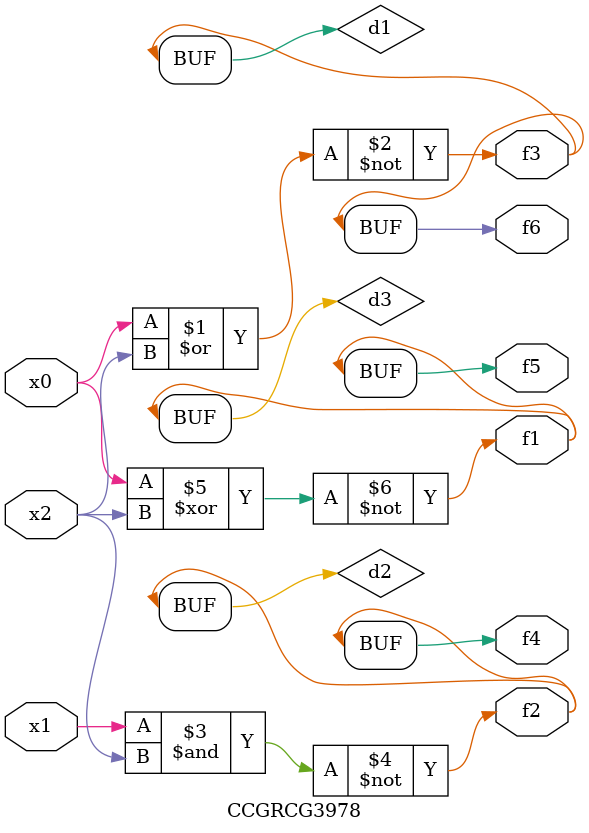
<source format=v>
module CCGRCG3978(
	input x0, x1, x2,
	output f1, f2, f3, f4, f5, f6
);

	wire d1, d2, d3;

	nor (d1, x0, x2);
	nand (d2, x1, x2);
	xnor (d3, x0, x2);
	assign f1 = d3;
	assign f2 = d2;
	assign f3 = d1;
	assign f4 = d2;
	assign f5 = d3;
	assign f6 = d1;
endmodule

</source>
